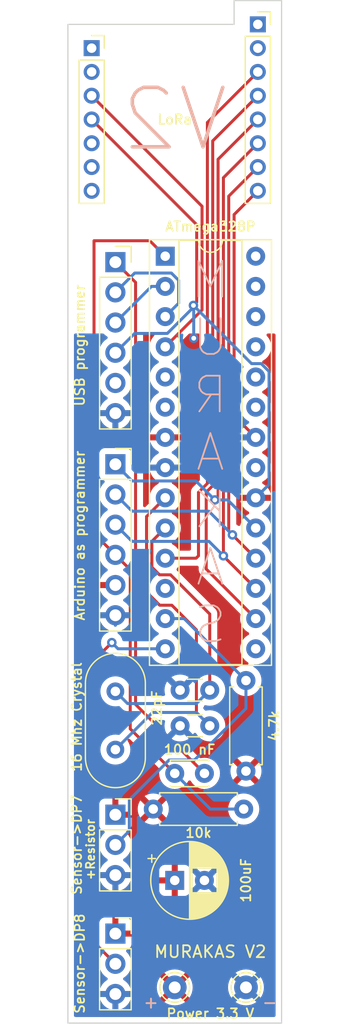
<source format=kicad_pcb>
(kicad_pcb (version 20211014) (generator pcbnew)
  (layers (0 "F.Cu" signal) (31 "B.Cu" signal) (34 "B.Paste" user) (35 "F.Paste" user) (36 "B.SilkS" user "B.Silkscreen") (37 "F.SilkS" user "F.Silkscreen") (38 "B.Mask" user) (39 "F.Mask" user) (44 "Edge.Cuts" user))
  (net 0 "")
  (net 3 "Net-(J5-Pad3)")
  (net 4 "Net-(J5-Pad4)")
  (net 5 "Net-(J4-Pad2)")
  (net 6 "GND")
  (net 7 "Net-(C1-Pad2)")
  (net 8 "Net-(C2-Pad2)")
  (net 9 "Net-(C3-Pad1)")
  (net 10 "Net-(C3-Pad2)")
  (net 11 "VCC")
  (net 13 "Net-(J1-Pad3)")
  (net 16 "Net-(J2-Pad2)")
  (net 17 "Net-(J2-Pad3)")
  (net 19 "Net-(J3-Pad1)")
  (net 20 "Net-(J3-Pad2)")
  (net 21 "Net-(J3-Pad3)")
  (net 24 "Net-(J6-Pad2)")
  (footprint "Package_DIP:DIP-28_W7.62mm_Socket" (layer "F.Cu") (at 145.2 84.5)
    (fp_text reference "U1" hide)
    (fp_text value "ATmega328P" (at 3.81 -2.5) (layer "F.SilkS") (effects (font (size 0.8 0.8))))
    (fp_line (start 1.16 34.35) (end 6.46 34.35) (layer "F.SilkS") (width 0.12))
    (fp_line (start -1.33 -1.39) (end -1.33 34.41) (layer "F.SilkS") (width 0.12))
    (fp_line (start 1.16 -1.33) (end 1.16 34.35) (layer "F.SilkS") (width 0.12))
    (fp_line (start 8.95 -1.39) (end -1.33 -1.39) (layer "F.SilkS") (width 0.12))
    (fp_line (start 2.81 -1.33) (end 1.16 -1.33) (layer "F.SilkS") (width 0.12))
    (fp_line (start 6.46 34.35) (end 6.46 -1.33) (layer "F.SilkS") (width 0.12))
    (fp_line (start 6.46 -1.33) (end 4.81 -1.33) (layer "F.SilkS") (width 0.12))
    (fp_line (start 8.95 34.41) (end 8.95 -1.39) (layer "F.SilkS") (width 0.12))
    (fp_line (start -1.33 34.41) (end 8.95 34.41) (layer "F.SilkS") (width 0.12))
    (fp_arc (start 4.81 -1.33) (mid 3.81 -0.33) (end 2.81 -1.33) (layer "F.SilkS") (width 0.12))
    (pad "1" thru_hole rect (at 0 0) (size 1.6 1.6) (drill 0.8) (layers *.Cu *.Mask) (net 9 "Net-(C3-Pad1)"))
    (pad "2" thru_hole oval (at 0 2.54) (size 1.6 1.6) (drill 0.8) (layers *.Cu *.Mask) (net 17 "Net-(J2-Pad3)"))
    (pad "3" thru_hole oval (at 0 5.08) (size 1.6 1.6) (drill 0.8) (layers *.Cu *.Mask) (net 16 "Net-(J2-Pad2)"))
    (pad "4" thru_hole oval (at 0 7.62) (size 1.6 1.6) (drill 0.8) (layers *.Cu *.Mask) (net 13 "Net-(J1-Pad3)"))
    (pad "5" thru_hole oval (at 0 10.16) (size 1.6 1.6) (drill 0.8) (layers *.Cu *.Mask))
    (pad "6" thru_hole oval (at 0 12.7) (size 1.6 1.6) (drill 0.8) (layers *.Cu *.Mask))
    (pad "7" thru_hole oval (at 0 15.24) (size 1.6 1.6) (drill 0.8) (layers *.Cu *.Mask) (net 11 "VCC"))
    (pad "8" thru_hole oval (at 0 17.78) (size 1.6 1.6) (drill 0.8) (layers *.Cu *.Mask) (net 6 "GND"))
    (pad "9" thru_hole oval (at 0 20.32) (size 1.6 1.6) (drill 0.8) (layers *.Cu *.Mask) (net 8 "Net-(C2-Pad2)"))
    (pad "10" thru_hole oval (at 0 22.86) (size 1.6 1.6) (drill 0.8) (layers *.Cu *.Mask) (net 7 "Net-(C1-Pad2)"))
    (pad "11" thru_hole oval (at 0 25.4) (size 1.6 1.6) (drill 0.8) (layers *.Cu *.Mask) (net 3 "Net-(J5-Pad3)"))
    (pad "12" thru_hole oval (at 0 27.94) (size 1.6 1.6) (drill 0.8) (layers *.Cu *.Mask))
    (pad "13" thru_hole oval (at 0 30.48) (size 1.6 1.6) (drill 0.8) (layers *.Cu *.Mask) (net 24 "Net-(J6-Pad2)"))
    (pad "14" thru_hole oval (at 0 33.02) (size 1.6 1.6) (drill 0.8) (layers *.Cu *.Mask) (net 5 "Net-(J4-Pad2)"))
    (pad "15" thru_hole oval (at 7.62 33.02) (size 1.6 1.6) (drill 0.8) (layers *.Cu *.Mask))
    (pad "16" thru_hole oval (at 7.62 30.48) (size 1.6 1.6) (drill 0.8) (layers *.Cu *.Mask) (net 4 "Net-(J5-Pad4)"))
    (pad "17" thru_hole oval (at 7.62 27.94) (size 1.6 1.6) (drill 0.8) (layers *.Cu *.Mask) (net 21 "Net-(J3-Pad3)"))
    (pad "18" thru_hole oval (at 7.62 25.4) (size 1.6 1.6) (drill 0.8) (layers *.Cu *.Mask) (net 20 "Net-(J3-Pad2)"))
    (pad "19" thru_hole oval (at 7.62 22.86) (size 1.6 1.6) (drill 0.8) (layers *.Cu *.Mask) (net 19 "Net-(J3-Pad1)"))
    (pad "20" thru_hole oval (at 7.62 20.32) (size 1.6 1.6) (drill 0.8) (layers *.Cu *.Mask) (net 11 "VCC"))
    (pad "21" thru_hole oval (at 7.62 17.78) (size 1.6 1.6) (drill 0.8) (layers *.Cu *.Mask))
    (pad "22" thru_hole oval (at 7.62 15.24) (size 1.6 1.6) (drill 0.8) (layers *.Cu *.Mask) (net 6 "GND"))
    (pad "23" thru_hole oval (at 7.62 12.7) (size 1.6 1.6) (drill 0.8) (layers *.Cu *.Mask))
    (pad "24" thru_hole oval (at 7.62 10.16) (size 1.6 1.6) (drill 0.8) (layers *.Cu *.Mask))
    (pad "25" thru_hole oval (at 7.62 7.62) (size 1.6 1.6) (drill 0.8) (layers *.Cu *.Mask))
    (pad "26" thru_hole oval (at 7.62 5.08) (size 1.6 1.6) (drill 0.8) (layers *.Cu *.Mask))
    (pad "27" thru_hole oval (at 7.62 2.54) (size 1.6 1.6) (drill 0.8) (layers *.Cu *.Mask))
    (pad "28" thru_hole oval (at 7.62 0) (size 1.6 1.6) (drill 0.8) (layers *.Cu *.Mask))
  )
  (footprint "Connector_Pin:Pin_D1.0mm_L10.0mm" (layer "F.Cu") (at 152 146)
    (fp_text reference "J7" hide)
    (fp_text value "Conn_01x01_Female")
    (fp_circle (center 0 0) (end 1.25 0.05) (layer "F.SilkS") (width 0.12) (fill none))
    (pad "1" thru_hole circle (at 0 0) (size 2 2) (drill 1) (layers *.Cu *.Mask) (net 6 "GND"))
  )
  (footprint "Resistor_THT:R_Axial_DIN0207_L6.3mm_D2.5mm_P7.62mm_Horizontal" (layer "F.Cu") (at 144.19 131)
    (fp_text reference "R1" hide)
    (fp_text value "10k" (at 3.81 2) (layer "F.SilkS") (effects (font (size 0.8 0.8))))
    (fp_line (start 7.08 -1.37) (end 7.08 -1.04) (layer "F.SilkS") (width 0.12))
    (fp_line (start 0.54 1.37) (end 7.08 1.37) (layer "F.SilkS") (width 0.12))
    (fp_line (start 7.08 1.37) (end 7.08 1.04) (layer "F.SilkS") (width 0.12))
    (fp_line (start 0.54 1.04) (end 0.54 1.37) (layer "F.SilkS") (width 0.12))
    (fp_line (start 0.54 -1.04) (end 0.54 -1.37) (layer "F.SilkS") (width 0.12))
    (fp_line (start 0.54 -1.37) (end 7.08 -1.37) (layer "F.SilkS") (width 0.12))
    (pad "1" thru_hole circle (at 0 0) (size 1.6 1.6) (drill 0.8) (layers *.Cu *.Mask) (net 11 "VCC"))
    (pad "2" thru_hole oval (at 7.62 0) (size 1.6 1.6) (drill 0.8) (layers *.Cu *.Mask) (net 9 "Net-(C3-Pad1)"))
  )
  (footprint "Capacitor_THT:C_Disc_D3.0mm_W1.6mm_P2.50mm" (layer "F.Cu") (at 146.45 121)
    (fp_text reference "C1" hide)
    (fp_text value "22pF" (at -1.95 1.5 90) (layer "F.SilkS") (effects (font (size 0.8 0.8))))
    (fp_line (start 0.621 -0.92) (end 1.879 -0.92) (layer "F.SilkS") (width 0.12))
    (fp_line (start 0.621 0.92) (end 1.879 0.92) (layer "F.SilkS") (width 0.12))
    (pad "1" thru_hole circle (at 0 0) (size 1.6 1.6) (drill 0.8) (layers *.Cu *.Mask) (net 6 "GND"))
    (pad "2" thru_hole circle (at 2.5 0) (size 1.6 1.6) (drill 0.8) (layers *.Cu *.Mask) (net 7 "Net-(C1-Pad2)"))
  )
  (footprint "Capacitor_THT:C_Disc_D3.0mm_W2.0mm_P2.50mm" (layer "F.Cu") (at 146 128)
    (fp_text reference "C3" hide)
    (fp_text value "100 nF" (at 1.25 -2) (layer "F.SilkS") (effects (font (size 0.8 0.8))))
    (fp_line (start -0.37 1.055) (end -0.37 1.12) (layer "F.SilkS") (width 0.12))
    (fp_line (start -0.37 -1.12) (end 2.87 -1.12) (layer "F.SilkS") (width 0.12))
    (fp_line (start -0.37 1.12) (end 2.87 1.12) (layer "F.SilkS") (width 0.12))
    (fp_line (start 2.87 1.055) (end 2.87 1.12) (layer "F.SilkS") (width 0.12))
    (fp_line (start -0.37 -1.12) (end -0.37 -1.055) (layer "F.SilkS") (width 0.12))
    (fp_line (start 2.87 -1.12) (end 2.87 -1.055) (layer "F.SilkS") (width 0.12))
    (pad "1" thru_hole circle (at 0 0) (size 1.6 1.6) (drill 0.8) (layers *.Cu *.Mask) (net 9 "Net-(C3-Pad1)"))
    (pad "2" thru_hole circle (at 2.5 0) (size 1.6 1.6) (drill 0.8) (layers *.Cu *.Mask) (net 10 "Net-(C3-Pad2)"))
  )
  (footprint "Connector_Pin:Pin_D1.0mm_L10.0mm" (layer "F.Cu") (at 146 146)
    (fp_text reference "J8" hide)
    (fp_text value "Conn_01x01_Female")
    (fp_circle (center 0 0) (end 1.25 0.05) (layer "F.SilkS") (width 0.12) (fill none))
    (pad "1" thru_hole circle (at 0 0) (size 2 2) (drill 1) (layers *.Cu *.Mask) (net 11 "VCC"))
  )
  (footprint "Crystal:Crystal_HC18-U_Vertical" (layer "F.Cu") (at 141 126 90)
    (fp_text reference "Y1" hide)
    (fp_text value "16 Mhz Crystal" (at 2.75 -3.25 270) (layer "F.SilkS") (effects (font (size 0.8 0.8))))
    (fp_line (start -0.675 -2.525) (end 5.575 -2.525) (layer "F.SilkS") (width 0.12))
    (fp_line (start -0.675 2.525) (end 5.575 2.525) (layer "F.SilkS") (width 0.12))
    (fp_arc (start 5.575 -2.525) (mid 8.1 0) (end 5.575 2.525) (layer "F.SilkS") (width 0.12))
    (fp_arc (start -0.675 2.525) (mid -3.2 0) (end -0.675 -2.525) (layer "F.SilkS") (width 0.12))
    (pad "1" thru_hole circle (at 0 0 90) (size 1.5 1.5) (drill 0.8) (layers *.Cu *.Mask) (net 8 "Net-(C2-Pad2)"))
    (pad "2" thru_hole circle (at 4.9 0 90) (size 1.5 1.5) (drill 0.8) (layers *.Cu *.Mask) (net 7 "Net-(C1-Pad2)"))
  )
  (footprint "Capacitor_THT:CP_Radial_D6.3mm_P2.50mm" (layer "F.Cu") (at 146 137)
    (fp_text reference "C4" hide)
    (fp_text value "100uF" (at 6 0 90) (layer "F.SilkS") (effects (font (size 0.8 0.8))))
    (fp_line (start 2.451 -3.002) (end 2.451 -1.04) (layer "F.SilkS") (width 0.12))
    (fp_line (start 1.57 -3.215) (end 1.57 -1.04) (layer "F.SilkS") (width 0.12))
    (fp_line (start 4.491 -0.402) (end 4.491 0.402) (layer "F.SilkS") (width 0.12))
    (fp_line (start 3.051 1.04) (end 3.051 2.69) (layer "F.SilkS") (width 0.12))
    (fp_line (start 2.051 1.04) (end 2.051 3.131) (layer "F.SilkS") (width 0.12))
    (fp_line (start 1.89 1.04) (end 1.89 3.167) (layer "F.SilkS") (width 0.12))
    (fp_line (start 2.171 1.04) (end 2.171 3.098) (layer "F.SilkS") (width 0.12))
    (fp_line (start 3.811 -1.995) (end 3.811 1.995) (layer "F.SilkS") (width 0.12))
    (fp_line (start 2.851 -2.812) (end 2.851 -1.04) (layer "F.SilkS") (width 0.12))
    (fp_line (start 1.37 -3.228) (end 1.37 3.228) (layer "F.SilkS") (width 0.12))
    (fp_line (start 3.011 1.04) (end 3.011 2.716) (layer "F.SilkS") (width 0.12))
    (fp_line (start 2.931 -2.766) (end 2.931 -1.04) (layer "F.SilkS") (width 0.12))
    (fp_line (start 2.811 -2.834) (end 2.811 -1.04) (layer "F.SilkS") (width 0.12))
    (fp_line (start 3.731 -2.092) (end 3.731 2.092) (layer "F.SilkS") (width 0.12))
    (fp_line (start 2.691 -2.896) (end 2.691 -1.04) (layer "F.SilkS") (width 0.12))
    (fp_line (start 4.171 -1.432) (end 4.171 1.432) (layer "F.SilkS") (width 0.12))
    (fp_line (start 3.651 -2.182) (end 3.651 2.182) (layer "F.SilkS") (width 0.12))
    (fp_line (start 2.491 -2.986) (end 2.491 -1.04) (layer "F.SilkS") (width 0.12))
    (fp_line (start 3.411 1.04) (end 3.411 2.416) (layer "F.SilkS") (width 0.12))
    (fp_line (start -1.935241 -2.154) (end -1.935241 -1.524) (layer "F.SilkS") (width 0.12))
    (fp_line (start 2.251 1.04) (end 2.251 3.074) (layer "F.SilkS") (width 0.12))
    (fp_line (start 3.211 -2.578) (end 3.211 -1.04) (layer "F.SilkS") (width 0.12))
    (fp_line (start 1.41 -3.227) (end 1.41 3.227) (layer "F.SilkS") (width 0.12))
    (fp_line (start 2.971 -2.742) (end 2.971 -1.04) (layer "F.SilkS") (width 0.12))
    (fp_line (start 2.651 -2.916) (end 2.651 -1.04) (layer "F.SilkS") (width 0.12))
    (fp_line (start 2.531 -2.97) (end 2.531 -1.04) (layer "F.SilkS") (width 0.12))
    (fp_line (start 1.73 1.04) (end 1.73 3.195) (layer "F.SilkS") (width 0.12))
    (fp_line (start 1.61 -3.211) (end 1.61 -1.04) (layer "F.SilkS") (width 0.12))
    (fp_line (start 3.891 -1.89) (end 3.891 1.89) (layer "F.SilkS") (width 0.12))
    (fp_line (start 2.851 1.04) (end 2.851 2.812) (layer "F.SilkS") (width 0.12))
    (fp_line (start 1.971 1.04) (end 1.971 3.15) (layer "F.SilkS") (width 0.12))
    (fp_line (start 2.371 1.04) (end 2.371 3.033) (layer "F.SilkS") (width 0.12))
    (fp_line (start 2.171 -3.098) (end 2.171 -1.04) (layer "F.SilkS") (width 0.12))
    (fp_line (start 3.131 -2.636) (end 3.131 -1.04) (layer "F.SilkS") (width 0.12))
    (fp_line (start 3.491 -2.343) (end 3.491 -1.04) (layer "F.SilkS") (width 0.12))
    (fp_line (start 3.371 1.04) (end 3.371 2.45) (layer "F.SilkS") (width 0.12))
    (fp_line (start 3.091 -2.664) (end 3.091 -1.04) (layer "F.SilkS") (width 0.12))
    (fp_line (start 2.971 1.04) (end 2.971 2.742) (layer "F.SilkS") (width 0.12))
    (fp_line (start 1.25 -3.23) (end 1.25 3.23) (layer "F.SilkS") (width 0.12))
    (fp_line (start 2.811 1.04) (end 2.811 2.834) (layer "F.SilkS") (width 0.12))
    (fp_line (start 3.251 -2.548) (end 3.251 -1.04) (layer "F.SilkS") (width 0.12))
    (fp_line (start 3.531 -2.305) (end 3.531 -1.04) (layer "F.SilkS") (width 0.12))
    (fp_line (start 4.211 -1.35) (end 4.211 1.35) (layer "F.SilkS") (width 0.12))
    (fp_line (start 2.131 -3.11) (end 2.131 -1.04) (layer "F.SilkS") (width 0.12))
    (fp_line (start 3.091 1.04) (end 3.091 2.664) (layer "F.SilkS") (width 0.12))
    (fp_line (start 3.291 1.04) (end 3.291 2.516) (layer "F.SilkS") (width 0.12))
    (fp_line (start 4.051 -1.65) (end 4.051 1.65) (layer "F.SilkS") (width 0.12))
    (fp_line (start 3.371 -2.45) (end 3.371 -1.04) (layer "F.SilkS") (width 0.12))
    (fp_line (start 2.291 -3.061) (end 2.291 -1.04) (layer "F.SilkS") (width 0.12))
    (fp_line (start 3.291 -2.516) (end 3.291 -1.04) (layer "F.SilkS") (width 0.12))
    (fp_line (start 3.051 -2.69) (end 3.051 -1.04) (layer "F.SilkS") (width 0.12))
    (fp_line (start 1.89 -3.167) (end 1.89 -1.04) (layer "F.SilkS") (width 0.12))
    (fp_line (start 2.331 1.04) (end 2.331 3.047) (layer "F.SilkS") (width 0.12))
    (fp_line (start 1.65 1.04) (end 1.65 3.206) (layer "F.SilkS") (width 0.12))
    (fp_line (start 1.57 1.04) (end 1.57 3.215) (layer "F.SilkS") (width 0.12))
    (fp_line (start 3.331 -2.484) (end 3.331 -1.04) (layer "F.SilkS") (width 0.12))
    (fp_line (start 4.411 -0.802) (end 4.411 0.802) (layer "F.SilkS") (width 0.12))
    (fp_line (start 2.011 -3.141) (end 2.011 -1.04) (layer "F.SilkS") (width 0.12))
    (fp_line (start 2.571 1.04) (end 2.571 2.952) (layer "F.SilkS") (width 0.12))
    (fp_line (start 2.571 -2.952) (end 2.571 -1.04) (layer "F.SilkS") (width 0.12))
    (fp_line (start 3.211 1.04) (end 3.211 2.578) (layer "F.SilkS") (width 0.12))
    (fp_line (start 4.331 -1.059) (end 4.331 1.059) (layer "F.SilkS") (width 0.12))
    (fp_line (start 3.451 1.04) (end 3.451 2.38) (layer "F.SilkS") (width 0.12))
    (fp_line (start 2.731 1.04) (end 2.731 2.876) (layer "F.SilkS") (width 0.12))
    (fp_line (start 1.61 1.04) (end 1.61 3.211) (layer "F.SilkS") (width 0.12))
    (fp_line (start 2.891 1.04) (end 2.891 2.79) (layer "F.SilkS") (width 0.12))
    (fp_line (start 2.611 1.04) (end 2.611 2.934) (layer "F.SilkS") (width 0.12))
    (fp_line (start 1.65 -3.206) (end 1.65 -1.04) (layer "F.SilkS") (width 0.12))
    (fp_line (start 1.81 1.04) (end 1.81 3.182) (layer "F.SilkS") (width 0.12))
    (fp_line (start 4.131 -1.509) (end 4.131 1.509) (layer "F.SilkS") (width 0.12))
    (fp_line (start 4.091 -1.581) (end 4.091 1.581) (layer "F.SilkS") (width 0.12))
    (fp_line (start 3.251 1.04) (end 3.251 2.548) (layer "F.SilkS") (width 0.12))
    (fp_line (start 1.85 -3.175) (end 1.85 -1.04) (layer "F.SilkS") (width 0.12))
    (fp_line (start 3.571 -2.265) (end 3.571 2.265) (layer "F.SilkS") (width 0.12))
    (fp_line (start 2.211 -3.086) (end 2.211 -1.04) (layer "F.SilkS") (width 0.12))
    (fp_line (start 3.771 -2.044) (end 3.771 2.044) (layer "F.SilkS") (width 0.12))
    (fp_line (start 1.69 -3.201) (end 1.69 -1.04) (layer "F.SilkS") (width 0.12))
    (fp_line (start 1.49 -3.222) (end 1.49 -1.04) (layer "F.SilkS") (width 0.12))
    (fp_line (start 1.69 1.04) (end 1.69 3.201) (layer "F.SilkS") (width 0.12))
    (fp_line (start 2.891 -2.79) (end 2.891 -1.04) (layer "F.SilkS") (width 0.12))
    (fp_line (start 2.931 1.04) (end 2.931 2.766) (layer "F.SilkS") (width 0.12))
    (fp_line (start 1.77 1.04) (end 1.77 3.189) (layer "F.SilkS") (width 0.12))
    (fp_line (start 4.371 -0.94) (end 4.371 0.94) (layer "F.SilkS") (width 0.12))
    (fp_line (start 2.491 1.04) (end 2.491 2.986) (layer "F.SilkS") (width 0.12))
    (fp_line (start 1.93 -3.159) (end 1.93 -1.04) (layer "F.SilkS") (width 0.12))
    (fp_line (start 2.651 1.04) (end 2.651 2.916) (layer "F.SilkS") (width 0.12))
    (fp_line (start 4.011 -1.714) (end 4.011 1.714) (layer "F.SilkS") (width 0.12))
    (fp_line (start 1.77 -3.189) (end 1.77 -1.04) (layer "F.SilkS") (width 0.12))
    (fp_line (start 3.971 -1.776) (end 3.971 1.776) (layer "F.SilkS") (width 0.12))
    (fp_line (start 4.291 -1.165) (end 4.291 1.165) (layer "F.SilkS") (width 0.12))
    (fp_line (start 1.45 -3.224) (end 1.45 3.224) (layer "F.SilkS") (width 0.12))
    (fp_line (start 3.531 1.04) (end 3.531 2.305) (layer "F.SilkS") (width 0.12))
    (fp_line (start 1.53 -3.218) (end 1.53 -1.04) (layer "F.SilkS") (width 0.12))
    (fp_line (start 1.73 -3.195) (end 1.73 -1.04) (layer "F.SilkS") (width 0.12))
    (fp_line (start 2.771 1.04) (end 2.771 2.856) (layer "F.SilkS") (width 0.12))
    (fp_line (start 1.93 1.04) (end 1.93 3.159) (layer "F.SilkS") (width 0.12))
    (fp_line (start 1.81 -3.182) (end 1.81 -1.04) (layer "F.SilkS") (width 0.12))
    (fp_line (start 3.171 1.04) (end 3.171 2.607) (layer "F.SilkS") (width 0.12))
    (fp_line (start 2.731 -2.876) (end 2.731 -1.04) (layer "F.SilkS") (width 0.12))
    (fp_line (start 2.611 -2.934) (end 2.611 -1.04) (layer "F.SilkS") (width 0.12))
    (fp_line (start 3.331 1.04) (end 3.331 2.484) (layer "F.SilkS") (width 0.12))
    (fp_line (start 3.691 -2.137) (end 3.691 2.137) (layer "F.SilkS") (width 0.12))
    (fp_line (start 3.451 -2.38) (end 3.451 -1.04) (layer "F.SilkS") (width 0.12))
    (fp_line (start 2.411 1.04) (end 2.411 3.018) (layer "F.SilkS") (width 0.12))
    (fp_line (start 3.131 1.04) (end 3.131 2.636) (layer "F.SilkS") (width 0.12))
    (fp_line (start -2.250241 -1.839) (end -1.620241 -1.839) (layer "F.SilkS") (width 0.12))
    (fp_line (start 2.691 1.04) (end 2.691 2.896) (layer "F.SilkS") (width 0.12))
    (fp_line (start 4.451 -0.633) (end 4.451 0.633) (layer "F.SilkS") (width 0.12))
    (fp_line (start 2.371 -3.033) (end 2.371 -1.04) (layer "F.SilkS") (width 0.12))
    (fp_line (start 2.451 1.04) (end 2.451 3.002) (layer "F.SilkS") (width 0.12))
    (fp_line (start 2.251 -3.074) (end 2.251 -1.04) (layer "F.SilkS") (width 0.12))
    (fp_line (start 1.29 -3.23) (end 1.29 3.23) (layer "F.SilkS") (width 0.12))
    (fp_line (start 4.251 -1.262) (end 4.251 1.262) (layer "F.SilkS") (width 0.12))
    (fp_line (start 2.091 -3.121) (end 2.091 -1.04) (layer "F.SilkS") (width 0.12))
    (fp_line (start 3.011 -2.716) (end 3.011 -1.04) (layer "F.SilkS") (width 0.12))
    (fp_line (start 2.531 1.04) (end 2.531 2.97) (layer "F.SilkS") (width 0.12))
    (fp_line (start 2.291 1.04) (end 2.291 3.061) (layer "F.SilkS") (width 0.12))
    (fp_line (start 2.091 1.04) (end 2.091 3.121) (layer "F.SilkS") (width 0.12))
    (fp_line (start 3.851 -1.944) (end 3.851 1.944) (layer "F.SilkS") (width 0.12))
    (fp_line (start 2.131 1.04) (end 2.131 3.11) (layer "F.SilkS") (width 0.12))
    (fp_line (start 3.491 1.04) (end 3.491 2.343) (layer "F.SilkS") (width 0.12))
    (fp_line (start 2.211 1.04) (end 2.211 3.086) (layer "F.SilkS") (width 0.12))
    (fp_line (start 1.33 -3.23) (end 1.33 3.23) (layer "F.SilkS") (width 0.12))
    (fp_line (start 2.011 1.04) (end 2.011 3.141) (layer "F.SilkS") (width 0.12))
    (fp_line (start 2.331 -3.047) (end 2.331 -1.04) (layer "F.SilkS") (width 0.12))
    (fp_line (start 3.611 -2.224) (end 3.611 2.224) (layer "F.SilkS") (width 0.12))
    (fp_line (start 1.49 1.04) (end 1.49 3.222) (layer "F.SilkS") (width 0.12))
    (fp_line (start 1.53 1.04) (end 1.53 3.218) (layer "F.SilkS") (width 0.12))
    (fp_line (start 3.171 -2.607) (end 3.171 -1.04) (layer "F.SilkS") (width 0.12))
    (fp_line (start 2.051 -3.131) (end 2.051 -1.04) (layer "F.SilkS") (width 0.12))
    (fp_line (start 2.771 -2.856) (end 2.771 -1.04) (layer "F.SilkS") (width 0.12))
    (fp_line (start 3.411 -2.416) (end 3.411 -1.04) (layer "F.SilkS") (width 0.12))
    (fp_line (start 3.931 -1.834) (end 3.931 1.834) (layer "F.SilkS") (width 0.12))
    (fp_line (start 1.85 1.04) (end 1.85 3.175) (layer "F.SilkS") (width 0.12))
    (fp_line (start 2.411 -3.018) (end 2.411 -1.04) (layer "F.SilkS") (width 0.12))
    (fp_line (start 1.971 -3.15) (end 1.971 -1.04) (layer "F.SilkS") (width 0.12))
    (fp_circle (center 1.25 0) (end 4.52 0) (layer "F.SilkS") (width 0.12) (fill none))
    (pad "1" thru_hole rect (at 0 0) (size 1.6 1.6) (drill 0.8) (layers *.Cu *.Mask) (net 11 "VCC"))
    (pad "2" thru_hole circle (at 2.5 0) (size 1.6 1.6) (drill 0.8) (layers *.Cu *.Mask) (net 6 "GND"))
  )
  (footprint "Resistor_THT:R_Axial_DIN0207_L6.3mm_D2.5mm_P7.62mm_Horizontal" (layer "F.Cu") (at 152 127.81 90)
    (fp_text reference "R2" hide)
    (fp_text value "4.7k" (at 3.81 2.37 90) (layer "F.SilkS") (effects (font (size 0.8 0.8))))
    (fp_line (start 7.08 1.37) (end 7.08 1.04) (layer "F.SilkS") (width 0.12))
    (fp_line (start 0.54 1.04) (end 0.54 1.37) (layer "F.SilkS") (width 0.12))
    (fp_line (start 0.54 -1.04) (end 0.54 -1.37) (layer "F.SilkS") (width 0.12))
    (fp_line (start 7.08 -1.37) (end 7.08 -1.04) (layer "F.SilkS") (width 0.12))
    (fp_line (start 0.54 -1.37) (end 7.08 -1.37) (layer "F.SilkS") (width 0.12))
    (fp_line (start 0.54 1.37) (end 7.08 1.37) (layer "F.SilkS") (width 0.12))
    (pad "1" thru_hole circle (at 0 0 90) (size 1.6 1.6) (drill 0.8) (layers *.Cu *.Mask) (net 11 "VCC"))
    (pad "2" thru_hole oval (at 7.62 0 90) (size 1.6 1.6) (drill 0.8) (layers *.Cu *.Mask) (net 24 "Net-(J6-Pad2)"))
  )
  (footprint "Connector_PinSocket_2.54mm:PinSocket_1x03_P2.54mm_Vertical" (layer "F.Cu") (at 141 131.475)
    (fp_text reference "J6" hide)
    (fp_text value "Sensor->DP7" (at -3.25 2.525 90) (layer "F.SilkS") (effects (font (size 0.8 0.8))))
    (fp_line (start 1.33 -1.33) (end 1.33 0) (layer "F.SilkS") (width 0.12))
    (fp_line (start -1.33 1.27) (end -1.33 6.41) (layer "F.SilkS") (width 0.12))
    (fp_line (start 1.33 1.27) (end 1.33 6.41) (layer "F.SilkS") (width 0.12))
    (fp_line (start 0 -1.33) (end 1.33 -1.33) (layer "F.SilkS") (width 0.12))
    (fp_line (start -1.33 6.41) (end 1.33 6.41) (layer "F.SilkS") (width 0.12))
    (fp_line (start -1.33 1.27) (end 1.33 1.27) (layer "F.SilkS") (width 0.12))
    (pad "1" thru_hole rect (at 0 0) (size 1.7 1.7) (drill 1) (layers *.Cu *.Mask) (net 11 "VCC"))
    (pad "2" thru_hole oval (at 0 2.54) (size 1.7 1.7) (drill 1) (layers *.Cu *.Mask) (net 24 "Net-(J6-Pad2)"))
    (pad "3" thru_hole oval (at 0 5.08) (size 1.7 1.7) (drill 1) (layers *.Cu *.Mask) (net 6 "GND"))
  )
  (footprint "Connector_PinSocket_2.54mm:PinSocket_1x06_P2.54mm_Vertical" (layer "F.Cu") (at 141 102)
    (fp_text reference "J3" hide)
    (fp_text value "Arduino as programmer" (at -3 6 90) (layer "F.SilkS") (effects (font (size 0.8 0.8))))
    (fp_line (start 1.33 1.27) (end 1.33 14.03) (layer "F.SilkS") (width 0.12))
    (fp_line (start -1.33 1.27) (end -1.33 14.03) (layer "F.SilkS") (width 0.12))
    (fp_line (start -1.33 14.03) (end 1.33 14.03) (layer "F.SilkS") (width 0.12))
    (fp_line (start -1.33 1.27) (end 1.33 1.27) (layer "F.SilkS") (width 0.12))
    (fp_line (start 1.33 -1.33) (end 1.33 0) (layer "F.SilkS") (width 0.12))
    (fp_line (start 0 -1.33) (end 1.33 -1.33) (layer "F.SilkS") (width 0.12))
    (pad "1" thru_hole rect (at 0 0) (size 1.7 1.7) (drill 1) (layers *.Cu *.Mask) (net 19 "Net-(J3-Pad1)"))
    (pad "2" thru_hole oval (at 0 2.54) (size 1.7 1.7) (drill 1) (layers *.Cu *.Mask) (net 20 "Net-(J3-Pad2)"))
    (pad "3" thru_hole oval (at 0 5.08) (size 1.7 1.7) (drill 1) (layers *.Cu *.Mask) (net 21 "Net-(J3-Pad3)"))
    (pad "4" thru_hole oval (at 0 7.62) (size 1.7 1.7) (drill 1) (layers *.Cu *.Mask) (net 9 "Net-(C3-Pad1)"))
    (pad "5" thru_hole oval (at 0 10.16) (size 1.7 1.7) (drill 1) (layers *.Cu *.Mask) (net 11 "VCC"))
    (pad "6" thru_hole oval (at 0 12.7) (size 1.7 1.7) (drill 1) (layers *.Cu *.Mask) (net 6 "GND"))
  )
  (footprint "Capacitor_THT:C_Disc_D3.0mm_W1.6mm_P2.50mm" (layer "F.Cu") (at 146.45 124)
    (fp_text reference "C2" hide)
    (fp_text value "C")
    (fp_line (start 0.621 0.92) (end 1.879 0.92) (layer "F.SilkS") (width 0.12))
    (fp_line (start 0.621 -0.92) (end 1.879 -0.92) (layer "F.SilkS") (width 0.12))
    (pad "1" thru_hole circle (at 0 0) (size 1.6 1.6) (drill 0.8) (layers *.Cu *.Mask) (net 6 "GND"))
    (pad "2" thru_hole circle (at 2.5 0) (size 1.6 1.6) (drill 0.8) (layers *.Cu *.Mask) (net 8 "Net-(C2-Pad2)"))
  )
  (footprint "Connector_PinSocket_2.00mm:PinSocket_1x08_P2.00mm_Vertical" (layer "F.Cu") (at 153 65)
    (fp_text reference "J5" hide)
    (fp_text value "Conn_01x08_Male")
    (fp_line (start 0 -1.06) (end 1.06 -1.06) (layer "F.SilkS") (width 0.12))
    (fp_line (start 1.06 1) (end 1.06 15.06) (layer "F.SilkS") (width 0.12))
    (fp_line (start -1.06 1) (end 1.06 1) (layer "F.SilkS") (width 0.12))
    (fp_line (start -1.06 1) (end -1.06 15.06) (layer "F.SilkS") (width 0.12))
    (fp_line (start 1.06 -1.06) (end 1.06 0) (layer "F.SilkS") (width 0.12))
    (fp_line (start -1.06 15.06) (end 1.06 15.06) (layer "F.SilkS") (width 0.12))
    (pad "1" thru_hole rect (at 0 0) (size 1.35 1.35) (drill 0.8) (layers *.Cu *.Mask))
    (pad "2" thru_hole oval (at 0 2) (size 1.35 1.35) (drill 0.8) (layers *.Cu *.Mask))
    (pad "3" thru_hole oval (at 0 4) (size 1.35 1.35) (drill 0.8) (layers *.Cu *.Mask) (net 3 "Net-(J5-Pad3)"))
    (pad "4" thru_hole oval (at 0 6) (size 1.35 1.35) (drill 0.8) (layers *.Cu *.Mask) (net 4 "Net-(J5-Pad4)"))
    (pad "5" thru_hole oval (at 0 8) (size 1.35 1.35) (drill 0.8) (layers *.Cu *.Mask) (net 19 "Net-(J3-Pad1)"))
    (pad "6" thru_hole oval (at 0 10) (size 1.35 1.35) (drill 0.8) (layers *.Cu *.Mask) (net 21 "Net-(J3-Pad3)"))
    (pad "7" thru_hole oval (at 0 12) (size 1.35 1.35) (drill 0.8) (layers *.Cu *.Mask) (net 20 "Net-(J3-Pad2)"))
    (pad "8" thru_hole oval (at 0 14) (size 1.35 1.35) (drill 0.8) (layers *.Cu *.Mask) (net 6 "GND"))
  )
  (footprint "Connector_PinSocket_2.54mm:PinSocket_1x06_P2.54mm_Vertical" (layer "F.Cu") (at 141 85)
    (fp_text reference "J2" hide)
    (fp_text value "USB programmer" (at -3 7 90) (layer "F.SilkS") (effects (font (size 0.8 0.8))))
    (fp_line (start -1.33 1.27) (end 1.33 1.27) (layer "F.SilkS") (width 0.12))
    (fp_line (start 1.33 1.27) (end 1.33 14.03) (layer "F.SilkS") (width 0.12))
    (fp_line (start -1.33 14.03) (end 1.33 14.03) (layer "F.SilkS") (width 0.12))
    (fp_line (start 1.33 -1.33) (end 1.33 0) (layer "F.SilkS") (width 0.12))
    (fp_line (start 0 -1.33) (end 1.33 -1.33) (layer "F.SilkS") (width 0.12))
    (fp_line (start -1.33 1.27) (end -1.33 14.03) (layer "F.SilkS") (width 0.12))
    (pad "1" thru_hole rect (at 0 0) (size 1.7 1.7) (drill 1) (layers *.Cu *.Mask) (net 10 "Net-(C3-Pad2)"))
    (pad "2" thru_hole oval (at 0 2.54) (size 1.7 1.7) (drill 1) (layers *.Cu *.Mask) (net 16 "Net-(J2-Pad2)"))
    (pad "3" thru_hole oval (at 0 5.08) (size 1.7 1.7) (drill 1) (layers *.Cu *.Mask) (net 17 "Net-(J2-Pad3)"))
    (pad "4" thru_hole oval (at 0 7.62) (size 1.7 1.7) (drill 1) (layers *.Cu *.Mask) (net 11 "VCC"))
    (pad "5" thru_hole oval (at 0 10.16) (size 1.7 1.7) (drill 1) (layers *.Cu *.Mask))
    (pad "6" thru_hole oval (at 0 12.7) (size 1.7 1.7) (drill 1) (layers *.Cu *.Mask) (net 6 "GND"))
  )
  (footprint "Connector_PinSocket_2.54mm:PinSocket_1x03_P2.54mm_Vertical" (layer "F.Cu") (at 141 141.475)
    (fp_text reference "J4" hide)
    (fp_text value "Sensor->DP8" (at -3 2.525 90) (layer "F.SilkS") (effects (font (size 0.8 0.8))))
    (fp_line (start 0 -1.33) (end 1.33 -1.33) (layer "F.SilkS") (width 0.12))
    (fp_line (start 1.33 -1.33) (end 1.33 0) (layer "F.SilkS") (width 0.12))
    (fp_line (start -1.33 1.27) (end 1.33 1.27) (layer "F.SilkS") (width 0.12))
    (fp_line (start -1.33 6.41) (end 1.33 6.41) (layer "F.SilkS") (width 0.12))
    (fp_line (start -1.33 1.27) (end -1.33 6.41) (layer "F.SilkS") (width 0.12))
    (fp_line (start 1.33 1.27) (end 1.33 6.41) (layer "F.SilkS") (width 0.12))
    (pad "1" thru_hole rect (at 0 0) (size 1.7 1.7) (drill 1) (layers *.Cu *.Mask) (net 11 "VCC"))
    (pad "2" thru_hole oval (at 0 2.54) (size 1.7 1.7) (drill 1) (layers *.Cu *.Mask) (net 5 "Net-(J4-Pad2)"))
    (pad "3" thru_hole oval (at 0 5.08) (size 1.7 1.7) (drill 1) (layers *.Cu *.Mask) (net 6 "GND"))
  )
  (footprint "Connector_PinSocket_2.00mm:PinSocket_1x07_P2.00mm_Vertical" (layer "F.Cu") (at 139 67)
    (fp_text reference "J1" hide)
    (fp_text value "Conn_01x07_Female")
    (fp_line (start -1.06 1) (end -1.06 13.06) (layer "F.SilkS") (width 0.12))
    (fp_line (start 1.06 1) (end 1.06 13.06) (layer "F.SilkS") (width 0.12))
    (fp_line (start -1.06 1) (end 1.06 1) (layer "F.SilkS") (width 0.12))
    (fp_line (start -1.06 13.06) (end 1.06 13.06) (layer "F.SilkS") (width 0.12))
    (fp_line (start 0 -1.06) (end 1.06 -1.06) (layer "F.SilkS") (width 0.12))
    (fp_line (start 1.06 -1.06) (end 1.06 0) (layer "F.SilkS") (width 0.12))
    (pad "1" thru_hole rect (at 0 0) (size 1.35 1.35) (drill 0.8) (layers *.Cu *.Mask))
    (pad "2" thru_hole oval (at 0 2) (size 1.35 1.35) (drill 0.8) (layers *.Cu *.Mask))
    (pad "3" thru_hole oval (at 0 4) (size 1.35 1.35) (drill 0.8) (layers *.Cu *.Mask) (net 13 "Net-(J1-Pad3)"))
    (pad "4" thru_hole oval (at 0 6) (size 1.35 1.35) (drill 0.8) (layers *.Cu *.Mask) (net 11 "VCC"))
    (pad "5" thru_hole oval (at 0 8) (size 1.35 1.35) (drill 0.8) (layers *.Cu *.Mask))
    (pad "6" thru_hole oval (at 0 10) (size 1.35 1.35) (drill 0.8) (layers *.Cu *.Mask))
    (pad "7" thru_hole oval (at 0 12) (size 1.35 1.35) (drill 0.8) (layers *.Cu *.Mask))
  )
  (gr_line (start 137 149) (end 137 65) (layer "Edge.Cuts") (width 0.1))
  (gr_line (start 151 65) (end 151 63) (layer "Edge.Cuts") (width 0.1))
  (gr_line (start 151 63) (end 155 63) (layer "Edge.Cuts") (width 0.1))
  (gr_line (start 155 63) (end 155 149) (layer "Edge.Cuts") (width 0.1))
  (gr_line (start 155 149) (end 137 149) (layer "Edge.Cuts") (width 0.1))
  (gr_line (start 137 65) (end 151 65) (layer "Edge.Cuts") (width 0.1))
  (gr_text "+" (at 144 147.250999) (layer "B.SilkS") (effects (font (size 1 1))))
  (gr_text "M\nU\nR\nA\nK\nA\nS" (at 149 101) (layer "B.SilkS") (effects (font (size 3 3)) (justify mirror)))
  (gr_text "-" (at 154 147.250999) (layer "B.SilkS") (effects (font (size 1 1))))
  (gr_text "V2" (at 146 73) (layer "B.SilkS") (effects (font (size 5 5) (thickness 0.3)) (justify mirror)))
  (gr_text "MURAKAS V2" (at 149 143) (layer "F.SilkS") (effects (font (size 1 1))))
  (gr_text "-" (at 154 147.250999) (layer "F.SilkS") (effects (font (size 1 1))))
  (gr_text "+Resistor" (at 138.9 134.4 90) (layer "F.SilkS") (effects (font (size 0.7 0.7))))
  (gr_text "Power 3.3 V" (at 149 148.2) (layer "F.SilkS") (effects (font (size 0.8 0.8))))
  (gr_text "+" (at 144 147.250999) (layer "F.SilkS") (effects (font (size 1 1))))
  (gr_text "LoRa" (at 146 73) (layer "F.SilkS") (effects (font (size 0.8 0.8))))
  (segment (start 145.2 109.9) (end 147.8 109.9) (width 0.25) (layer "F.Cu") (net 3))
  (segment (start 148.75 103.613604) (end 148.75 73.25) (width 0.25) (layer "F.Cu") (net 3))
  (segment (start 148.75 73.25) (end 153 69) (width 0.25) (layer "F.Cu") (net 3))
  (segment (start 147.8 109.9) (end 148 109.7) (width 0.25) (layer "F.Cu") (net 3))
  (segment (start 148 109.7) (end 148 104.363604) (width 0.25) (layer "F.Cu") (net 3))
  (segment (start 148 104.363604) (end 148.75 103.613604) (width 0.25) (layer "F.Cu") (net 3))
  (segment (start 149.2 74.8) (end 153 71) (width 0.25) (layer "F.Cu") (net 4))
  (segment (start 148.6505 110.8105) (end 148.6505 104.3495) (width 0.25) (layer "F.Cu") (net 4))
  (segment (start 149.2 103.8) (end 149.2 74.8) (width 0.25) (layer "F.Cu") (net 4))
  (segment (start 148.6505 104.3495) (end 149.2 103.8) (width 0.25) (layer "F.Cu") (net 4))
  (segment (start 152.82 114.98) (end 148.6505 110.8105) (width 0.25) (layer "F.Cu") (net 4))
  (segment (start 139.2 139.7) (end 139.2 118.5) (width 0.25) (layer "F.Cu") (net 5))
  (segment (start 141 144.015) (end 139.2 142.215) (width 0.25) (layer "F.Cu") (net 5))
  (segment (start 139.2 118.5) (end 140.7 117) (width 0.25) (layer "F.Cu") (net 5))
  (segment (start 139.2 142.215) (end 139.2 139.7) (width 0.25) (layer "F.Cu") (net 5))
  (via (at 140.7 117) (size 0.8) (drill 0.4) (layers "F.Cu" "B.Cu") (net 5))
  (segment (start 141.22 117.52) (end 145.2 117.52) (width 0.25) (layer "B.Cu") (net 5))
  (segment (start 140.7 117) (end 141.22 117.52) (width 0.25) (layer "B.Cu") (net 5))
  (segment (start 151 81) (end 151 97.92) (width 0.25) (layer "F.Cu") (net 6))
  (segment (start 153 79) (end 151 81) (width 0.25) (layer "F.Cu") (net 6))
  (segment (start 140.919807 114.619807) (end 141 114.7) (width 0.25) (layer "F.Cu") (net 6))
  (segment (start 151 97.92) (end 152.82 99.74) (width 0.25) (layer "F.Cu") (net 6))
  (segment (start 141 114.7) (end 141 115.55) (width 0.25) (layer "B.Cu") (net 6))
  (segment (start 145.2 107.36) (end 144.075 108.485) (width 0.25) (layer "F.Cu") (net 7))
  (segment (start 144.075 108.485) (end 144.075 110.655991) (width 0.25) (layer "F.Cu") (net 7))
  (segment (start 148.95 114.599009) (end 148.95 121) (width 0.25) (layer "F.Cu") (net 7))
  (segment (start 145.650991 111.3) (end 148.95 114.599009) (width 0.25) (layer "F.Cu") (net 7))
  (segment (start 144.719009 111.3) (end 145.650991 111.3) (width 0.25) (layer "F.Cu") (net 7))
  (segment (start 144.075 110.655991) (end 144.719009 111.3) (width 0.25) (layer "F.Cu") (net 7))
  (segment (start 147.825 122.125) (end 148.95 121) (width 0.25) (layer "B.Cu") (net 7))
  (segment (start 141 121.1) (end 142.025 122.125) (width 0.25) (layer "B.Cu") (net 7))
  (segment (start 142.025 122.125) (end 147.825 122.125) (width 0.25) (layer "B.Cu") (net 7))
  (segment (start 144.734009 113.855) (end 145.755 113.855) (width 0.25) (layer "F.Cu") (net 8))
  (segment (start 147.825 115.925) (end 147.825 122.875) (width 0.25) (layer "F.Cu") (net 8))
  (segment (start 143.625 112.745991) (end 144.734009 113.855) (width 0.25) (layer "F.Cu") (net 8))
  (segment (start 143.625 106.395) (end 143.625 112.745991) (width 0.25) (layer "F.Cu") (net 8))
  (segment (start 147.825 122.875) (end 148.95 124) (width 0.25) (layer "F.Cu") (net 8))
  (segment (start 145.755 113.855) (end 147.825 115.925) (width 0.25) (layer "F.Cu") (net 8))
  (segment (start 145.2 104.82) (end 143.625 106.395) (width 0.25) (layer "F.Cu") (net 8))
  (segment (start 147.825 122.875) (end 148.95 124) (width 0.25) (layer "B.Cu") (net 8))
  (segment (start 144.125 122.875) (end 147.825 122.875) (width 0.25) (layer "B.Cu") (net 8))
  (segment (start 141 126) (end 144.125 122.875) (width 0.25) (layer "B.Cu") (net 8))
  (segment (start 141 109.62) (end 142.25 110.87) (width 0.25) (layer "F.Cu") (net 9))
  (segment (start 139.2 107.82) (end 141 109.62) (width 0.25) (layer "F.Cu") (net 9))
  (segment (start 142.25 124.25) (end 146 128) (width 0.25) (layer "F.Cu") (net 9))
  (segment (start 142.25 110.87) (end 142.25 124.25) (width 0.25) (layer "F.Cu") (net 9))
  (segment (start 139.2 83.2) (end 139.2 107.82) (width 0.25) (layer "F.Cu") (net 9))
  (segment (start 143.9 83.2) (end 139.2 83.2) (width 0.25) (layer "F.Cu") (net 9))
  (segment (start 145.2 84.5) (end 143.9 83.2) (width 0.25) (layer "F.Cu") (net 9))
  (segment (start 146 128) (end 149 131) (width 0.25) (layer "B.Cu") (net 9))
  (segment (start 149 131) (end 151.81 131) (width 0.25) (layer "B.Cu") (net 9))
  (segment (start 142.7 122.2) (end 148.5 128) (width 0.25) (layer "F.Cu") (net 10))
  (segment (start 141 85) (end 142.7 86.7) (width 0.25) (layer "F.Cu") (net 10))
  (segment (start 142.7 86.7) (end 142.7 122.2) (width 0.25) (layer "F.Cu") (net 10))
  (segment (start 147.5755 88.795491) (end 147.5755 88.639502) (width 0.25) (layer "F.Cu") (net 11))
  (segment (start 139 73) (end 147.85 81.85) (width 0.25) (layer "F.Cu") (net 11))
  (segment (start 147.85 88.365002) (end 147.5755 88.639502) (width 0.25) (layer "F.Cu") (net 11))
  (segment (start 147.85 81.85) (end 147.85 86.8) (width 0.25) (layer "F.Cu") (net 11))
  (segment (start 147.85 86.8) (end 147.85 88.365002) (width 0.25) (layer "F.Cu") (net 11))
  (via (at 147.5755 88.639502) (size 0.8) (drill 0.4) (layers "F.Cu" "B.Cu") (net 11))
  (via (at 147.6 91.4) (size 0.8) (drill 0.4) (layers "F.Cu" "B.Cu") (net 11))
  (segment (start 153.285991 93.535) (end 153.945 94.194009) (width 0.25) (layer "B.Cu") (net 11))
  (segment (start 147.5755 88.795491) (end 145.375991 90.995) (width 0.25) (layer "B.Cu") (net 11))
  (segment (start 153.945 94.194009) (end 153.945 103.695) (width 0.25) (layer "B.Cu") (net 11))
  (segment (start 147.5755 88.639502) (end 147.6 88.664002) (width 0.25) (layer "B.Cu") (net 11))
  (segment (start 147.6 88.664002) (end 147.6 91.4) (width 0.25) (layer "B.Cu") (net 11))
  (segment (start 147.5755 88.639502) (end 152.470998 93.535) (width 0.25) (layer "B.Cu") (net 11))
  (segment (start 153.945 103.695) (end 152.82 104.82) (width 0.25) (layer "B.Cu") (net 11))
  (segment (start 152.470998 93.535) (end 153.285991 93.535) (width 0.25) (layer "B.Cu") (net 11))
  (segment (start 147.5755 88.639502) (end 147.5755 88.795491) (width 0.25) (layer "B.Cu") (net 11))
  (segment (start 142.625 90.995) (end 141 92.62) (width 0.25) (layer "B.Cu") (net 11))
  (segment (start 145.375991 90.995) (end 142.625 90.995) (width 0.25) (layer "B.Cu") (net 11))
  (segment (start 148.3 89.02) (end 145.2 92.12) (width 0.25) (layer "F.Cu") (net 13))
  (segment (start 148.3 80.3) (end 148.3 89.02) (width 0.25) (layer "F.Cu") (net 13))
  (segment (start 139 71) (end 148.3 80.3) (width 0.25) (layer "F.Cu") (net 13))
  (segment (start 141 87.54) (end 142.625 85.915) (width 0.25) (layer "B.Cu") (net 16))
  (segment (start 146.325 88.455) (end 145.2 89.58) (width 0.25) (layer "B.Cu") (net 16))
  (segment (start 142.625 85.915) (end 145.715 85.915) (width 0.25) (layer "B.Cu") (net 16))
  (segment (start 146.325 86.525) (end 146.325 88.455) (width 0.25) (layer "B.Cu") (net 16))
  (segment (start 145.715 85.915) (end 146.325 86.525) (width 0.25) (layer "B.Cu") (net 16))
  (segment (start 141 87.54) (end 141.54 87.54) (width 0.25) (layer "B.Cu") (net 16))
  (segment (start 144.04 87.04) (end 145.2 87.04) (width 0.25) (layer "B.Cu") (net 17))
  (segment (start 141 90.08) (end 144.04 87.04) (width 0.25) (layer "B.Cu") (net 17))
  (segment (start 153 73) (end 149.65 76.35) (width 0.25) (layer "F.Cu") (net 19))
  (segment (start 149.65 78) (end 149.65 104.7255) (width 0.25) (layer "F.Cu") (net 19))
  (segment (start 149.65 76.35) (end 149.65 78) (width 0.25) (layer "F.Cu") (net 19))
  (segment (start 149.65 104.7255) (end 149.3755 105) (width 0.25) (layer "F.Cu") (net 19))
  (via (at 149.3755 105) (size 0.8) (drill 0.4) (layers "F.Cu" "B.Cu") (net 19))
  (segment (start 147.7805 103.405) (end 149.3755 105) (width 0.25) (layer "B.Cu") (net 19))
  (segment (start 150.46 105) (end 152.82 107.36) (width 0.25) (layer "B.Cu") (net 19))
  (segment (start 141 102) (end 142.405 103.405) (width 0.25) (layer "B.Cu") (net 19))
  (segment (start 142.405 103.405) (end 147.7805 103.405) (width 0.25) (layer "B.Cu") (net 19))
  (segment (start 149.3755 105) (end 150.46 105) (width 0.25) (layer "B.Cu") (net 19))
  (segment (start 150.55 79.45) (end 150.55 107.63) (width 0.25) (layer "F.Cu") (net 20))
  (segment (start 150.55 107.63) (end 150.86 107.94) (width 0.25) (layer "F.Cu") (net 20))
  (segment (start 153 77) (end 150.55 79.45) (width 0.25) (layer "F.Cu") (net 20))
  (segment (start 150.86 107.94) (end 152.82 109.9) (width 0.25) (layer "F.Cu") (net 20))
  (via (at 150.86 107.94) (size 0.8) (drill 0.4) (layers "F.Cu" "B.Cu") (net 20))
  (segment (start 150.86 107.94) (end 148.865 105.945) (width 0.25) (layer "B.Cu") (net 20))
  (segment (start 148.865 105.945) (end 142.405 105.945) (width 0.25) (layer "B.Cu") (net 20))
  (segment (start 142.405 105.945) (end 141 104.54) (width 0.25) (layer "B.Cu") (net 20))
  (segment (start 150.1 77.9) (end 150.1 109.7) (width 0.25) (layer "F.Cu") (net 21))
  (segment (start 150.1 109.7) (end 150.1 109.72) (width 0.25) (layer "F.Cu") (net 21))
  (segment (start 153 75) (end 150.1 77.9) (width 0.25) (layer "F.Cu") (net 21))
  (segment (start 150.1 109.72) (end 150.19 109.81) (width 0.25) (layer "F.Cu") (net 21))
  (segment (start 150.19 109.81) (end 152.82 112.44) (width 0.25) (layer "F.Cu") (net 21))
  (via (at 150.1 109.7) (size 0.8) (drill 0.4) (layers "F.Cu" "B.Cu") (net 21))
  (segment (start 150.1 109.7) (end 148.885 108.485) (width 0.25) (layer "B.Cu") (net 21))
  (segment (start 148.885 108.485) (end 142.405 108.485) (width 0.25) (layer "B.Cu") (net 21))
  (segment (start 142.405 108.485) (end 141 107.08) (width 0.25) (layer "B.Cu") (net 21))
  (segment (start 152 122.540991) (end 147.665991 126.875) (width 0.25) (layer "B.Cu") (net 24))
  (segment (start 145.2 114.98) (end 146.79 114.98) (width 0.25) (layer "B.Cu") (net 24))
  (segment (start 142.175 130.225) (end 142.175 132.84) (width 0.25) (layer "B.Cu") (net 24))
  (segment (start 146.79 114.98) (end 152 120.19) (width 0.25) (layer "B.Cu") (net 24))
  (segment (start 147.665991 126.875) (end 145.525 126.875) (width 0.25) (layer "B.Cu") (net 24))
  (segment (start 142.175 132.84) (end 141 134.015) (width 0.25) (layer "B.Cu") (net 24))
  (segment (start 152 120.19) (end 152 122.540991) (width 0.25) (layer "B.Cu") (net 24))
  (segment (start 145.525 126.875) (end 142.175 130.225) (width 0.25) (layer "B.Cu") (net 24))
  (zone (net 11) (net_name "VCC") (layer "F.Cu") (connect_pads (clearance 0.508)) (min_thickness 0.254) (fill yes (thermal_gap 0.508) (thermal_bridge_width 0.508))
    (polygon (pts (xy 155 149) (xy 137 149) (xy 137 91) (xy 155 91)))
  )
  (zone (net 6) (net_name "GND") (layer "B.Cu") (connect_pads (clearance 0.508)) (min_thickness 0.254) (fill yes (thermal_gap 0.508) (thermal_bridge_width 0.508))
    (polygon (pts (xy 155 149) (xy 137 149) (xy 137 91) (xy 155 91)))
  )
)
</source>
